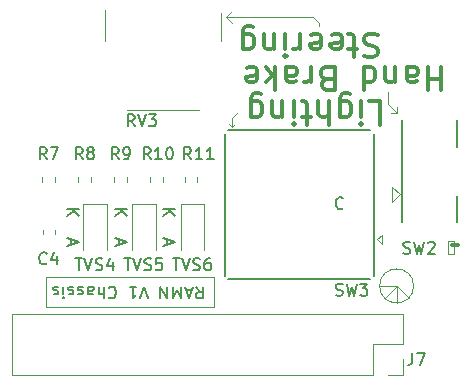
<source format=gbr>
G04 #@! TF.GenerationSoftware,KiCad,Pcbnew,(5.1.9)-1*
G04 #@! TF.CreationDate,2021-03-08T16:55:06+09:00*
G04 #@! TF.ProjectId,chassis,63686173-7369-4732-9e6b-696361645f70,rev?*
G04 #@! TF.SameCoordinates,Original*
G04 #@! TF.FileFunction,Legend,Top*
G04 #@! TF.FilePolarity,Positive*
%FSLAX46Y46*%
G04 Gerber Fmt 4.6, Leading zero omitted, Abs format (unit mm)*
G04 Created by KiCad (PCBNEW (5.1.9)-1) date 2021-03-08 16:55:06*
%MOMM*%
%LPD*%
G01*
G04 APERTURE LIST*
%ADD10C,0.150000*%
%ADD11C,0.120000*%
%ADD12C,0.300000*%
%ADD13C,0.200000*%
G04 APERTURE END LIST*
D10*
X46315333Y-53355904D02*
X46315333Y-53832095D01*
X46029619Y-53260666D02*
X47029619Y-53594000D01*
X46029619Y-53927333D01*
X42251333Y-53355904D02*
X42251333Y-53832095D01*
X41965619Y-53260666D02*
X42965619Y-53594000D01*
X41965619Y-53927333D01*
X38187333Y-53355904D02*
X38187333Y-53832095D01*
X37901619Y-53260666D02*
X38901619Y-53594000D01*
X37901619Y-53927333D01*
X37901619Y-50792095D02*
X38901619Y-50792095D01*
X37901619Y-51363523D02*
X38473047Y-50934952D01*
X38901619Y-51363523D02*
X38330190Y-50792095D01*
X41965619Y-50792095D02*
X42965619Y-50792095D01*
X41965619Y-51363523D02*
X42537047Y-50934952D01*
X42965619Y-51363523D02*
X42394190Y-50792095D01*
X46029619Y-50792095D02*
X47029619Y-50792095D01*
X46029619Y-51363523D02*
X46601047Y-50934952D01*
X47029619Y-51363523D02*
X46458190Y-50792095D01*
D11*
X59182000Y-35052000D02*
X59182000Y-35306000D01*
X51308000Y-34544000D02*
X51816000Y-35052000D01*
X51308000Y-34544000D02*
X51816000Y-34036000D01*
X58674000Y-34544000D02*
X51308000Y-34544000D01*
X59182000Y-35052000D02*
X58674000Y-34544000D01*
X65786000Y-42672000D02*
X65278000Y-42672000D01*
X65786000Y-42164000D02*
X65786000Y-42672000D01*
X65786000Y-42672000D02*
X65786000Y-42164000D01*
X65024000Y-41910000D02*
X65786000Y-42672000D01*
X65024000Y-40894000D02*
X65024000Y-41910000D01*
X51816000Y-43815000D02*
X52070000Y-43561000D01*
X51562000Y-43561000D02*
X51816000Y-43815000D01*
X51816000Y-43053000D02*
X51816000Y-43815000D01*
X52324000Y-42545000D02*
X51816000Y-43053000D01*
D12*
X64181904Y-36020476D02*
X63896190Y-35925238D01*
X63420000Y-35925238D01*
X63229523Y-36020476D01*
X63134285Y-36115714D01*
X63039047Y-36306190D01*
X63039047Y-36496666D01*
X63134285Y-36687142D01*
X63229523Y-36782380D01*
X63420000Y-36877619D01*
X63800952Y-36972857D01*
X63991428Y-37068095D01*
X64086666Y-37163333D01*
X64181904Y-37353809D01*
X64181904Y-37544285D01*
X64086666Y-37734761D01*
X63991428Y-37830000D01*
X63800952Y-37925238D01*
X63324761Y-37925238D01*
X63039047Y-37830000D01*
X62467619Y-37258571D02*
X61705714Y-37258571D01*
X62181904Y-37925238D02*
X62181904Y-36210952D01*
X62086666Y-36020476D01*
X61896190Y-35925238D01*
X61705714Y-35925238D01*
X60277142Y-36020476D02*
X60467619Y-35925238D01*
X60848571Y-35925238D01*
X61039047Y-36020476D01*
X61134285Y-36210952D01*
X61134285Y-36972857D01*
X61039047Y-37163333D01*
X60848571Y-37258571D01*
X60467619Y-37258571D01*
X60277142Y-37163333D01*
X60181904Y-36972857D01*
X60181904Y-36782380D01*
X61134285Y-36591904D01*
X58562857Y-36020476D02*
X58753333Y-35925238D01*
X59134285Y-35925238D01*
X59324761Y-36020476D01*
X59420000Y-36210952D01*
X59420000Y-36972857D01*
X59324761Y-37163333D01*
X59134285Y-37258571D01*
X58753333Y-37258571D01*
X58562857Y-37163333D01*
X58467619Y-36972857D01*
X58467619Y-36782380D01*
X59420000Y-36591904D01*
X57610476Y-35925238D02*
X57610476Y-37258571D01*
X57610476Y-36877619D02*
X57515238Y-37068095D01*
X57420000Y-37163333D01*
X57229523Y-37258571D01*
X57039047Y-37258571D01*
X56372380Y-35925238D02*
X56372380Y-37258571D01*
X56372380Y-37925238D02*
X56467619Y-37830000D01*
X56372380Y-37734761D01*
X56277142Y-37830000D01*
X56372380Y-37925238D01*
X56372380Y-37734761D01*
X55420000Y-37258571D02*
X55420000Y-35925238D01*
X55420000Y-37068095D02*
X55324761Y-37163333D01*
X55134285Y-37258571D01*
X54848571Y-37258571D01*
X54658095Y-37163333D01*
X54562857Y-36972857D01*
X54562857Y-35925238D01*
X52753333Y-37258571D02*
X52753333Y-35639523D01*
X52848571Y-35449047D01*
X52943809Y-35353809D01*
X53134285Y-35258571D01*
X53420000Y-35258571D01*
X53610476Y-35353809D01*
X52753333Y-36020476D02*
X52943809Y-35925238D01*
X53324761Y-35925238D01*
X53515238Y-36020476D01*
X53610476Y-36115714D01*
X53705714Y-36306190D01*
X53705714Y-36877619D01*
X53610476Y-37068095D01*
X53515238Y-37163333D01*
X53324761Y-37258571D01*
X52943809Y-37258571D01*
X52753333Y-37163333D01*
X70485000Y-53848000D02*
X70993000Y-53848000D01*
D11*
X70612000Y-53467000D02*
X70104000Y-53467000D01*
X70612000Y-54610000D02*
X70612000Y-53467000D01*
X70104000Y-54610000D02*
X70612000Y-54610000D01*
X70104000Y-53467000D02*
X70104000Y-54610000D01*
D12*
X63451809Y-41640238D02*
X64404190Y-41640238D01*
X64404190Y-43640238D01*
X62785142Y-41640238D02*
X62785142Y-42973571D01*
X62785142Y-43640238D02*
X62880380Y-43545000D01*
X62785142Y-43449761D01*
X62689904Y-43545000D01*
X62785142Y-43640238D01*
X62785142Y-43449761D01*
X60975619Y-42973571D02*
X60975619Y-41354523D01*
X61070857Y-41164047D01*
X61166095Y-41068809D01*
X61356571Y-40973571D01*
X61642285Y-40973571D01*
X61832761Y-41068809D01*
X60975619Y-41735476D02*
X61166095Y-41640238D01*
X61547047Y-41640238D01*
X61737523Y-41735476D01*
X61832761Y-41830714D01*
X61928000Y-42021190D01*
X61928000Y-42592619D01*
X61832761Y-42783095D01*
X61737523Y-42878333D01*
X61547047Y-42973571D01*
X61166095Y-42973571D01*
X60975619Y-42878333D01*
X60023238Y-41640238D02*
X60023238Y-43640238D01*
X59166095Y-41640238D02*
X59166095Y-42687857D01*
X59261333Y-42878333D01*
X59451809Y-42973571D01*
X59737523Y-42973571D01*
X59928000Y-42878333D01*
X60023238Y-42783095D01*
X58499428Y-42973571D02*
X57737523Y-42973571D01*
X58213714Y-43640238D02*
X58213714Y-41925952D01*
X58118476Y-41735476D01*
X57928000Y-41640238D01*
X57737523Y-41640238D01*
X57070857Y-41640238D02*
X57070857Y-42973571D01*
X57070857Y-43640238D02*
X57166095Y-43545000D01*
X57070857Y-43449761D01*
X56975619Y-43545000D01*
X57070857Y-43640238D01*
X57070857Y-43449761D01*
X56118476Y-42973571D02*
X56118476Y-41640238D01*
X56118476Y-42783095D02*
X56023238Y-42878333D01*
X55832761Y-42973571D01*
X55547047Y-42973571D01*
X55356571Y-42878333D01*
X55261333Y-42687857D01*
X55261333Y-41640238D01*
X53451809Y-42973571D02*
X53451809Y-41354523D01*
X53547047Y-41164047D01*
X53642285Y-41068809D01*
X53832761Y-40973571D01*
X54118476Y-40973571D01*
X54308952Y-41068809D01*
X53451809Y-41735476D02*
X53642285Y-41640238D01*
X54023238Y-41640238D01*
X54213714Y-41735476D01*
X54308952Y-41830714D01*
X54404190Y-42021190D01*
X54404190Y-42592619D01*
X54308952Y-42783095D01*
X54213714Y-42878333D01*
X54023238Y-42973571D01*
X53642285Y-42973571D01*
X53451809Y-42878333D01*
X69579095Y-38719238D02*
X69579095Y-40719238D01*
X69579095Y-39766857D02*
X68436238Y-39766857D01*
X68436238Y-38719238D02*
X68436238Y-40719238D01*
X66626714Y-38719238D02*
X66626714Y-39766857D01*
X66721952Y-39957333D01*
X66912428Y-40052571D01*
X67293380Y-40052571D01*
X67483857Y-39957333D01*
X66626714Y-38814476D02*
X66817190Y-38719238D01*
X67293380Y-38719238D01*
X67483857Y-38814476D01*
X67579095Y-39004952D01*
X67579095Y-39195428D01*
X67483857Y-39385904D01*
X67293380Y-39481142D01*
X66817190Y-39481142D01*
X66626714Y-39576380D01*
X65674333Y-40052571D02*
X65674333Y-38719238D01*
X65674333Y-39862095D02*
X65579095Y-39957333D01*
X65388619Y-40052571D01*
X65102904Y-40052571D01*
X64912428Y-39957333D01*
X64817190Y-39766857D01*
X64817190Y-38719238D01*
X63007666Y-38719238D02*
X63007666Y-40719238D01*
X63007666Y-38814476D02*
X63198142Y-38719238D01*
X63579095Y-38719238D01*
X63769571Y-38814476D01*
X63864809Y-38909714D01*
X63960047Y-39100190D01*
X63960047Y-39671619D01*
X63864809Y-39862095D01*
X63769571Y-39957333D01*
X63579095Y-40052571D01*
X63198142Y-40052571D01*
X63007666Y-39957333D01*
X59864809Y-39766857D02*
X59579095Y-39671619D01*
X59483857Y-39576380D01*
X59388619Y-39385904D01*
X59388619Y-39100190D01*
X59483857Y-38909714D01*
X59579095Y-38814476D01*
X59769571Y-38719238D01*
X60531476Y-38719238D01*
X60531476Y-40719238D01*
X59864809Y-40719238D01*
X59674333Y-40624000D01*
X59579095Y-40528761D01*
X59483857Y-40338285D01*
X59483857Y-40147809D01*
X59579095Y-39957333D01*
X59674333Y-39862095D01*
X59864809Y-39766857D01*
X60531476Y-39766857D01*
X58531476Y-38719238D02*
X58531476Y-40052571D01*
X58531476Y-39671619D02*
X58436238Y-39862095D01*
X58341000Y-39957333D01*
X58150523Y-40052571D01*
X57960047Y-40052571D01*
X56436238Y-38719238D02*
X56436238Y-39766857D01*
X56531476Y-39957333D01*
X56721952Y-40052571D01*
X57102904Y-40052571D01*
X57293380Y-39957333D01*
X56436238Y-38814476D02*
X56626714Y-38719238D01*
X57102904Y-38719238D01*
X57293380Y-38814476D01*
X57388619Y-39004952D01*
X57388619Y-39195428D01*
X57293380Y-39385904D01*
X57102904Y-39481142D01*
X56626714Y-39481142D01*
X56436238Y-39576380D01*
X55483857Y-38719238D02*
X55483857Y-40719238D01*
X55293380Y-39481142D02*
X54721952Y-38719238D01*
X54721952Y-40052571D02*
X55483857Y-39290666D01*
X53102904Y-38814476D02*
X53293380Y-38719238D01*
X53674333Y-38719238D01*
X53864809Y-38814476D01*
X53960047Y-39004952D01*
X53960047Y-39766857D01*
X53864809Y-39957333D01*
X53674333Y-40052571D01*
X53293380Y-40052571D01*
X53102904Y-39957333D01*
X53007666Y-39766857D01*
X53007666Y-39576380D01*
X53960047Y-39385904D01*
D11*
X65786000Y-57277000D02*
X64349160Y-57277000D01*
X65786000Y-57277000D02*
X65786000Y-58713840D01*
X65786000Y-57277000D02*
X64770000Y-58293000D01*
X65786000Y-57277000D02*
X66802000Y-58293000D01*
X67222841Y-57277000D02*
G75*
G03*
X67222841Y-57277000I-1436841J0D01*
G01*
X64516000Y-53721000D02*
X64135000Y-53340000D01*
X64516000Y-52959000D02*
X64516000Y-53721000D01*
X64135000Y-53340000D02*
X64516000Y-52959000D01*
X65405000Y-48895000D02*
X66040000Y-49530000D01*
X65405000Y-50165000D02*
X65405000Y-48895000D01*
X66040000Y-49530000D02*
X65405000Y-50165000D01*
X50292000Y-59055000D02*
X36068000Y-59055000D01*
X50292000Y-56515000D02*
X50292000Y-59055000D01*
X36068000Y-56515000D02*
X50292000Y-56515000D01*
X36068000Y-59055000D02*
X36068000Y-56515000D01*
D10*
X48791047Y-57332619D02*
X49124380Y-57808809D01*
X49362476Y-57332619D02*
X49362476Y-58332619D01*
X48981523Y-58332619D01*
X48886285Y-58285000D01*
X48838666Y-58237380D01*
X48791047Y-58142142D01*
X48791047Y-57999285D01*
X48838666Y-57904047D01*
X48886285Y-57856428D01*
X48981523Y-57808809D01*
X49362476Y-57808809D01*
X48410095Y-57618333D02*
X47933904Y-57618333D01*
X48505333Y-57332619D02*
X48172000Y-58332619D01*
X47838666Y-57332619D01*
X47505333Y-57332619D02*
X47505333Y-58332619D01*
X47172000Y-57618333D01*
X46838666Y-58332619D01*
X46838666Y-57332619D01*
X46362476Y-57332619D02*
X46362476Y-58332619D01*
X45791047Y-57332619D01*
X45791047Y-58332619D01*
X44695809Y-58332619D02*
X44362476Y-57332619D01*
X44029142Y-58332619D01*
X43172000Y-57332619D02*
X43743428Y-57332619D01*
X43457714Y-57332619D02*
X43457714Y-58332619D01*
X43552952Y-58189761D01*
X43648190Y-58094523D01*
X43743428Y-58046904D01*
X41410095Y-57427857D02*
X41457714Y-57380238D01*
X41600571Y-57332619D01*
X41695809Y-57332619D01*
X41838666Y-57380238D01*
X41933904Y-57475476D01*
X41981523Y-57570714D01*
X42029142Y-57761190D01*
X42029142Y-57904047D01*
X41981523Y-58094523D01*
X41933904Y-58189761D01*
X41838666Y-58285000D01*
X41695809Y-58332619D01*
X41600571Y-58332619D01*
X41457714Y-58285000D01*
X41410095Y-58237380D01*
X40981523Y-57332619D02*
X40981523Y-58332619D01*
X40552952Y-57332619D02*
X40552952Y-57856428D01*
X40600571Y-57951666D01*
X40695809Y-57999285D01*
X40838666Y-57999285D01*
X40933904Y-57951666D01*
X40981523Y-57904047D01*
X39648190Y-57332619D02*
X39648190Y-57856428D01*
X39695809Y-57951666D01*
X39791047Y-57999285D01*
X39981523Y-57999285D01*
X40076761Y-57951666D01*
X39648190Y-57380238D02*
X39743428Y-57332619D01*
X39981523Y-57332619D01*
X40076761Y-57380238D01*
X40124380Y-57475476D01*
X40124380Y-57570714D01*
X40076761Y-57665952D01*
X39981523Y-57713571D01*
X39743428Y-57713571D01*
X39648190Y-57761190D01*
X39219619Y-57380238D02*
X39124380Y-57332619D01*
X38933904Y-57332619D01*
X38838666Y-57380238D01*
X38791047Y-57475476D01*
X38791047Y-57523095D01*
X38838666Y-57618333D01*
X38933904Y-57665952D01*
X39076761Y-57665952D01*
X39172000Y-57713571D01*
X39219619Y-57808809D01*
X39219619Y-57856428D01*
X39172000Y-57951666D01*
X39076761Y-57999285D01*
X38933904Y-57999285D01*
X38838666Y-57951666D01*
X38410095Y-57380238D02*
X38314857Y-57332619D01*
X38124380Y-57332619D01*
X38029142Y-57380238D01*
X37981523Y-57475476D01*
X37981523Y-57523095D01*
X38029142Y-57618333D01*
X38124380Y-57665952D01*
X38267238Y-57665952D01*
X38362476Y-57713571D01*
X38410095Y-57808809D01*
X38410095Y-57856428D01*
X38362476Y-57951666D01*
X38267238Y-57999285D01*
X38124380Y-57999285D01*
X38029142Y-57951666D01*
X37552952Y-57332619D02*
X37552952Y-57999285D01*
X37552952Y-58332619D02*
X37600571Y-58285000D01*
X37552952Y-58237380D01*
X37505333Y-58285000D01*
X37552952Y-58332619D01*
X37552952Y-58237380D01*
X37124380Y-57380238D02*
X37029142Y-57332619D01*
X36838666Y-57332619D01*
X36743428Y-57380238D01*
X36695809Y-57475476D01*
X36695809Y-57523095D01*
X36743428Y-57618333D01*
X36838666Y-57665952D01*
X36981523Y-57665952D01*
X37076761Y-57713571D01*
X37124380Y-57808809D01*
X37124380Y-57856428D01*
X37076761Y-57951666D01*
X36981523Y-57999285D01*
X36838666Y-57999285D01*
X36743428Y-57951666D01*
D11*
X50874000Y-36576000D02*
X50874000Y-34182000D01*
X42926000Y-42382000D02*
X49022000Y-42382000D01*
X41074000Y-36576000D02*
X41074000Y-33882000D01*
D13*
X51531000Y-56719000D02*
X63531000Y-56719000D01*
X51231000Y-44419000D02*
X51231000Y-56419000D01*
X63531000Y-44119000D02*
X51531000Y-44119000D01*
X63831000Y-56419000D02*
X63831000Y-44419000D01*
D11*
X49514000Y-50378000D02*
X49514000Y-54228000D01*
X47514000Y-50378000D02*
X47514000Y-54228000D01*
X49514000Y-50378000D02*
X47514000Y-50378000D01*
X45386500Y-50378000D02*
X45386500Y-54228000D01*
X43386500Y-50378000D02*
X43386500Y-54228000D01*
X45386500Y-50378000D02*
X43386500Y-50378000D01*
X41259000Y-50378000D02*
X41259000Y-54228000D01*
X39259000Y-50378000D02*
X39259000Y-54228000D01*
X41259000Y-50378000D02*
X39259000Y-50378000D01*
X36832000Y-52564420D02*
X36832000Y-52845580D01*
X35812000Y-52564420D02*
X35812000Y-52845580D01*
X48909500Y-48497258D02*
X48909500Y-48022742D01*
X47864500Y-48497258D02*
X47864500Y-48022742D01*
X45988500Y-48022742D02*
X45988500Y-48497258D01*
X44943500Y-48022742D02*
X44943500Y-48497258D01*
X41895500Y-48497258D02*
X41895500Y-48022742D01*
X42940500Y-48497258D02*
X42940500Y-48022742D01*
X38847500Y-48497258D02*
X38847500Y-48022742D01*
X39892500Y-48497258D02*
X39892500Y-48022742D01*
X36844500Y-48022742D02*
X36844500Y-48497258D01*
X35799500Y-48022742D02*
X35799500Y-48497258D01*
X66354000Y-63500000D02*
X66354000Y-64830000D01*
X66354000Y-64830000D02*
X65024000Y-64830000D01*
X66354000Y-62230000D02*
X63754000Y-62230000D01*
X63754000Y-62230000D02*
X63754000Y-64830000D01*
X63754000Y-64830000D02*
X33214000Y-64830000D01*
X33214000Y-59630000D02*
X33214000Y-64830000D01*
X66354000Y-59630000D02*
X33214000Y-59630000D01*
X66354000Y-59630000D02*
X66354000Y-62230000D01*
D10*
X66280000Y-51830000D02*
X66280000Y-43230000D01*
X70880000Y-51830000D02*
X70880000Y-49630000D01*
X70880000Y-45530000D02*
X70880000Y-43230000D01*
X43600761Y-43759380D02*
X43267428Y-43283190D01*
X43029333Y-43759380D02*
X43029333Y-42759380D01*
X43410285Y-42759380D01*
X43505523Y-42807000D01*
X43553142Y-42854619D01*
X43600761Y-42949857D01*
X43600761Y-43092714D01*
X43553142Y-43187952D01*
X43505523Y-43235571D01*
X43410285Y-43283190D01*
X43029333Y-43283190D01*
X43886476Y-42759380D02*
X44219809Y-43759380D01*
X44553142Y-42759380D01*
X44791238Y-42759380D02*
X45410285Y-42759380D01*
X45076952Y-43140333D01*
X45219809Y-43140333D01*
X45315047Y-43187952D01*
X45362666Y-43235571D01*
X45410285Y-43330809D01*
X45410285Y-43568904D01*
X45362666Y-43664142D01*
X45315047Y-43711761D01*
X45219809Y-43759380D01*
X44934095Y-43759380D01*
X44838857Y-43711761D01*
X44791238Y-43664142D01*
X60642666Y-58062761D02*
X60785523Y-58110380D01*
X61023619Y-58110380D01*
X61118857Y-58062761D01*
X61166476Y-58015142D01*
X61214095Y-57919904D01*
X61214095Y-57824666D01*
X61166476Y-57729428D01*
X61118857Y-57681809D01*
X61023619Y-57634190D01*
X60833142Y-57586571D01*
X60737904Y-57538952D01*
X60690285Y-57491333D01*
X60642666Y-57396095D01*
X60642666Y-57300857D01*
X60690285Y-57205619D01*
X60737904Y-57158000D01*
X60833142Y-57110380D01*
X61071238Y-57110380D01*
X61214095Y-57158000D01*
X61547428Y-57110380D02*
X61785523Y-58110380D01*
X61976000Y-57396095D01*
X62166476Y-58110380D01*
X62404571Y-57110380D01*
X62690285Y-57110380D02*
X63309333Y-57110380D01*
X62976000Y-57491333D01*
X63118857Y-57491333D01*
X63214095Y-57538952D01*
X63261714Y-57586571D01*
X63309333Y-57681809D01*
X63309333Y-57919904D01*
X63261714Y-58015142D01*
X63214095Y-58062761D01*
X63118857Y-58110380D01*
X62833142Y-58110380D01*
X62737904Y-58062761D01*
X62690285Y-58015142D01*
X61240523Y-50676142D02*
X61192904Y-50723761D01*
X61050047Y-50771380D01*
X60954809Y-50771380D01*
X60811952Y-50723761D01*
X60716714Y-50628523D01*
X60669095Y-50533285D01*
X60621476Y-50342809D01*
X60621476Y-50199952D01*
X60669095Y-50009476D01*
X60716714Y-49914238D01*
X60811952Y-49819000D01*
X60954809Y-49771380D01*
X61050047Y-49771380D01*
X61192904Y-49819000D01*
X61240523Y-49866619D01*
X46847333Y-54951380D02*
X47418761Y-54951380D01*
X47133047Y-55951380D02*
X47133047Y-54951380D01*
X47609238Y-54951380D02*
X47942571Y-55951380D01*
X48275904Y-54951380D01*
X48561619Y-55903761D02*
X48704476Y-55951380D01*
X48942571Y-55951380D01*
X49037809Y-55903761D01*
X49085428Y-55856142D01*
X49133047Y-55760904D01*
X49133047Y-55665666D01*
X49085428Y-55570428D01*
X49037809Y-55522809D01*
X48942571Y-55475190D01*
X48752095Y-55427571D01*
X48656857Y-55379952D01*
X48609238Y-55332333D01*
X48561619Y-55237095D01*
X48561619Y-55141857D01*
X48609238Y-55046619D01*
X48656857Y-54999000D01*
X48752095Y-54951380D01*
X48990190Y-54951380D01*
X49133047Y-54999000D01*
X49990190Y-54951380D02*
X49799714Y-54951380D01*
X49704476Y-54999000D01*
X49656857Y-55046619D01*
X49561619Y-55189476D01*
X49514000Y-55379952D01*
X49514000Y-55760904D01*
X49561619Y-55856142D01*
X49609238Y-55903761D01*
X49704476Y-55951380D01*
X49894952Y-55951380D01*
X49990190Y-55903761D01*
X50037809Y-55856142D01*
X50085428Y-55760904D01*
X50085428Y-55522809D01*
X50037809Y-55427571D01*
X49990190Y-55379952D01*
X49894952Y-55332333D01*
X49704476Y-55332333D01*
X49609238Y-55379952D01*
X49561619Y-55427571D01*
X49514000Y-55522809D01*
X42719833Y-54951380D02*
X43291261Y-54951380D01*
X43005547Y-55951380D02*
X43005547Y-54951380D01*
X43481738Y-54951380D02*
X43815071Y-55951380D01*
X44148404Y-54951380D01*
X44434119Y-55903761D02*
X44576976Y-55951380D01*
X44815071Y-55951380D01*
X44910309Y-55903761D01*
X44957928Y-55856142D01*
X45005547Y-55760904D01*
X45005547Y-55665666D01*
X44957928Y-55570428D01*
X44910309Y-55522809D01*
X44815071Y-55475190D01*
X44624595Y-55427571D01*
X44529357Y-55379952D01*
X44481738Y-55332333D01*
X44434119Y-55237095D01*
X44434119Y-55141857D01*
X44481738Y-55046619D01*
X44529357Y-54999000D01*
X44624595Y-54951380D01*
X44862690Y-54951380D01*
X45005547Y-54999000D01*
X45910309Y-54951380D02*
X45434119Y-54951380D01*
X45386500Y-55427571D01*
X45434119Y-55379952D01*
X45529357Y-55332333D01*
X45767452Y-55332333D01*
X45862690Y-55379952D01*
X45910309Y-55427571D01*
X45957928Y-55522809D01*
X45957928Y-55760904D01*
X45910309Y-55856142D01*
X45862690Y-55903761D01*
X45767452Y-55951380D01*
X45529357Y-55951380D01*
X45434119Y-55903761D01*
X45386500Y-55856142D01*
X38592333Y-54951380D02*
X39163761Y-54951380D01*
X38878047Y-55951380D02*
X38878047Y-54951380D01*
X39354238Y-54951380D02*
X39687571Y-55951380D01*
X40020904Y-54951380D01*
X40306619Y-55903761D02*
X40449476Y-55951380D01*
X40687571Y-55951380D01*
X40782809Y-55903761D01*
X40830428Y-55856142D01*
X40878047Y-55760904D01*
X40878047Y-55665666D01*
X40830428Y-55570428D01*
X40782809Y-55522809D01*
X40687571Y-55475190D01*
X40497095Y-55427571D01*
X40401857Y-55379952D01*
X40354238Y-55332333D01*
X40306619Y-55237095D01*
X40306619Y-55141857D01*
X40354238Y-55046619D01*
X40401857Y-54999000D01*
X40497095Y-54951380D01*
X40735190Y-54951380D01*
X40878047Y-54999000D01*
X41735190Y-55284714D02*
X41735190Y-55951380D01*
X41497095Y-54903761D02*
X41259000Y-55618047D01*
X41878047Y-55618047D01*
X36155333Y-55348142D02*
X36107714Y-55395761D01*
X35964857Y-55443380D01*
X35869619Y-55443380D01*
X35726761Y-55395761D01*
X35631523Y-55300523D01*
X35583904Y-55205285D01*
X35536285Y-55014809D01*
X35536285Y-54871952D01*
X35583904Y-54681476D01*
X35631523Y-54586238D01*
X35726761Y-54491000D01*
X35869619Y-54443380D01*
X35964857Y-54443380D01*
X36107714Y-54491000D01*
X36155333Y-54538619D01*
X37012476Y-54776714D02*
X37012476Y-55443380D01*
X36774380Y-54395761D02*
X36536285Y-55110047D01*
X37155333Y-55110047D01*
X48379142Y-46553380D02*
X48045809Y-46077190D01*
X47807714Y-46553380D02*
X47807714Y-45553380D01*
X48188666Y-45553380D01*
X48283904Y-45601000D01*
X48331523Y-45648619D01*
X48379142Y-45743857D01*
X48379142Y-45886714D01*
X48331523Y-45981952D01*
X48283904Y-46029571D01*
X48188666Y-46077190D01*
X47807714Y-46077190D01*
X49331523Y-46553380D02*
X48760095Y-46553380D01*
X49045809Y-46553380D02*
X49045809Y-45553380D01*
X48950571Y-45696238D01*
X48855333Y-45791476D01*
X48760095Y-45839095D01*
X50283904Y-46553380D02*
X49712476Y-46553380D01*
X49998190Y-46553380D02*
X49998190Y-45553380D01*
X49902952Y-45696238D01*
X49807714Y-45791476D01*
X49712476Y-45839095D01*
X44950142Y-46553380D02*
X44616809Y-46077190D01*
X44378714Y-46553380D02*
X44378714Y-45553380D01*
X44759666Y-45553380D01*
X44854904Y-45601000D01*
X44902523Y-45648619D01*
X44950142Y-45743857D01*
X44950142Y-45886714D01*
X44902523Y-45981952D01*
X44854904Y-46029571D01*
X44759666Y-46077190D01*
X44378714Y-46077190D01*
X45902523Y-46553380D02*
X45331095Y-46553380D01*
X45616809Y-46553380D02*
X45616809Y-45553380D01*
X45521571Y-45696238D01*
X45426333Y-45791476D01*
X45331095Y-45839095D01*
X46521571Y-45553380D02*
X46616809Y-45553380D01*
X46712047Y-45601000D01*
X46759666Y-45648619D01*
X46807285Y-45743857D01*
X46854904Y-45934333D01*
X46854904Y-46172428D01*
X46807285Y-46362904D01*
X46759666Y-46458142D01*
X46712047Y-46505761D01*
X46616809Y-46553380D01*
X46521571Y-46553380D01*
X46426333Y-46505761D01*
X46378714Y-46458142D01*
X46331095Y-46362904D01*
X46283476Y-46172428D01*
X46283476Y-45934333D01*
X46331095Y-45743857D01*
X46378714Y-45648619D01*
X46426333Y-45601000D01*
X46521571Y-45553380D01*
X42251333Y-46553380D02*
X41918000Y-46077190D01*
X41679904Y-46553380D02*
X41679904Y-45553380D01*
X42060857Y-45553380D01*
X42156095Y-45601000D01*
X42203714Y-45648619D01*
X42251333Y-45743857D01*
X42251333Y-45886714D01*
X42203714Y-45981952D01*
X42156095Y-46029571D01*
X42060857Y-46077190D01*
X41679904Y-46077190D01*
X42727523Y-46553380D02*
X42918000Y-46553380D01*
X43013238Y-46505761D01*
X43060857Y-46458142D01*
X43156095Y-46315285D01*
X43203714Y-46124809D01*
X43203714Y-45743857D01*
X43156095Y-45648619D01*
X43108476Y-45601000D01*
X43013238Y-45553380D01*
X42822761Y-45553380D01*
X42727523Y-45601000D01*
X42679904Y-45648619D01*
X42632285Y-45743857D01*
X42632285Y-45981952D01*
X42679904Y-46077190D01*
X42727523Y-46124809D01*
X42822761Y-46172428D01*
X43013238Y-46172428D01*
X43108476Y-46124809D01*
X43156095Y-46077190D01*
X43203714Y-45981952D01*
X39203333Y-46553380D02*
X38870000Y-46077190D01*
X38631904Y-46553380D02*
X38631904Y-45553380D01*
X39012857Y-45553380D01*
X39108095Y-45601000D01*
X39155714Y-45648619D01*
X39203333Y-45743857D01*
X39203333Y-45886714D01*
X39155714Y-45981952D01*
X39108095Y-46029571D01*
X39012857Y-46077190D01*
X38631904Y-46077190D01*
X39774761Y-45981952D02*
X39679523Y-45934333D01*
X39631904Y-45886714D01*
X39584285Y-45791476D01*
X39584285Y-45743857D01*
X39631904Y-45648619D01*
X39679523Y-45601000D01*
X39774761Y-45553380D01*
X39965238Y-45553380D01*
X40060476Y-45601000D01*
X40108095Y-45648619D01*
X40155714Y-45743857D01*
X40155714Y-45791476D01*
X40108095Y-45886714D01*
X40060476Y-45934333D01*
X39965238Y-45981952D01*
X39774761Y-45981952D01*
X39679523Y-46029571D01*
X39631904Y-46077190D01*
X39584285Y-46172428D01*
X39584285Y-46362904D01*
X39631904Y-46458142D01*
X39679523Y-46505761D01*
X39774761Y-46553380D01*
X39965238Y-46553380D01*
X40060476Y-46505761D01*
X40108095Y-46458142D01*
X40155714Y-46362904D01*
X40155714Y-46172428D01*
X40108095Y-46077190D01*
X40060476Y-46029571D01*
X39965238Y-45981952D01*
X36155333Y-46553380D02*
X35822000Y-46077190D01*
X35583904Y-46553380D02*
X35583904Y-45553380D01*
X35964857Y-45553380D01*
X36060095Y-45601000D01*
X36107714Y-45648619D01*
X36155333Y-45743857D01*
X36155333Y-45886714D01*
X36107714Y-45981952D01*
X36060095Y-46029571D01*
X35964857Y-46077190D01*
X35583904Y-46077190D01*
X36488666Y-45553380D02*
X37155333Y-45553380D01*
X36726761Y-46553380D01*
X67103666Y-62952380D02*
X67103666Y-63666666D01*
X67056047Y-63809523D01*
X66960809Y-63904761D01*
X66817952Y-63952380D01*
X66722714Y-63952380D01*
X67484619Y-62952380D02*
X68151285Y-62952380D01*
X67722714Y-63952380D01*
X66357666Y-54506761D02*
X66500523Y-54554380D01*
X66738619Y-54554380D01*
X66833857Y-54506761D01*
X66881476Y-54459142D01*
X66929095Y-54363904D01*
X66929095Y-54268666D01*
X66881476Y-54173428D01*
X66833857Y-54125809D01*
X66738619Y-54078190D01*
X66548142Y-54030571D01*
X66452904Y-53982952D01*
X66405285Y-53935333D01*
X66357666Y-53840095D01*
X66357666Y-53744857D01*
X66405285Y-53649619D01*
X66452904Y-53602000D01*
X66548142Y-53554380D01*
X66786238Y-53554380D01*
X66929095Y-53602000D01*
X67262428Y-53554380D02*
X67500523Y-54554380D01*
X67691000Y-53840095D01*
X67881476Y-54554380D01*
X68119571Y-53554380D01*
X68452904Y-53649619D02*
X68500523Y-53602000D01*
X68595761Y-53554380D01*
X68833857Y-53554380D01*
X68929095Y-53602000D01*
X68976714Y-53649619D01*
X69024333Y-53744857D01*
X69024333Y-53840095D01*
X68976714Y-53982952D01*
X68405285Y-54554380D01*
X69024333Y-54554380D01*
M02*

</source>
